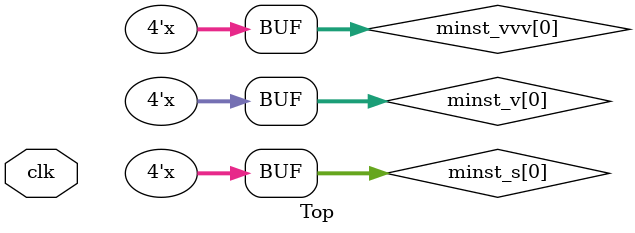
<source format=sv>

module Top // "top"
(
    input logic clk
);

// Variables generated for SystemC signals
logic signed [31:0] t;
logic [3:0] minst_s[2];

//------------------------------------------------------------------------------
// Method process: minst_metProc (test_mif_array4.cpp:28:5) 

// Process-local variables
logic [3:0] minst_v[2];

always_comb 
begin : minst_metProc     // test_mif_array4.cpp:28:5
    minst_v[0] = minst_s[0];
end

//------------------------------------------------------------------------------
// Method process: minst_metProc0 (test_mif_array4.cpp:28:5) 

always_comb 
begin : minst_metProc0     // test_mif_array4.cpp:28:5
    minst_v[1] = minst_s[1];
end

//------------------------------------------------------------------------------
// Method process: top_method (test_mif_array4.cpp:57:5) 

// Process-local variables
logic [3:0] minst_vvv[2];

always_comb 
begin : top_method     // test_mif_array4.cpp:57:5
    logic [3:0] a;
    // Call f() begin
    minst_vvv[0] = minst_s[0];
    // Call f() end
    a = minst_s[1];
    minst_s[0] = a + minst_vvv[0];
end

//------------------------------------------------------------------------------
// Method process: top_method2 (test_mif_array4.cpp:64:5) 

// Process-local variables
logic [3:0] minst_vv[2];

always_comb 
begin : top_method2     // test_mif_array4.cpp:64:5
    minst_vv[1] = t;
end

endmodule



</source>
